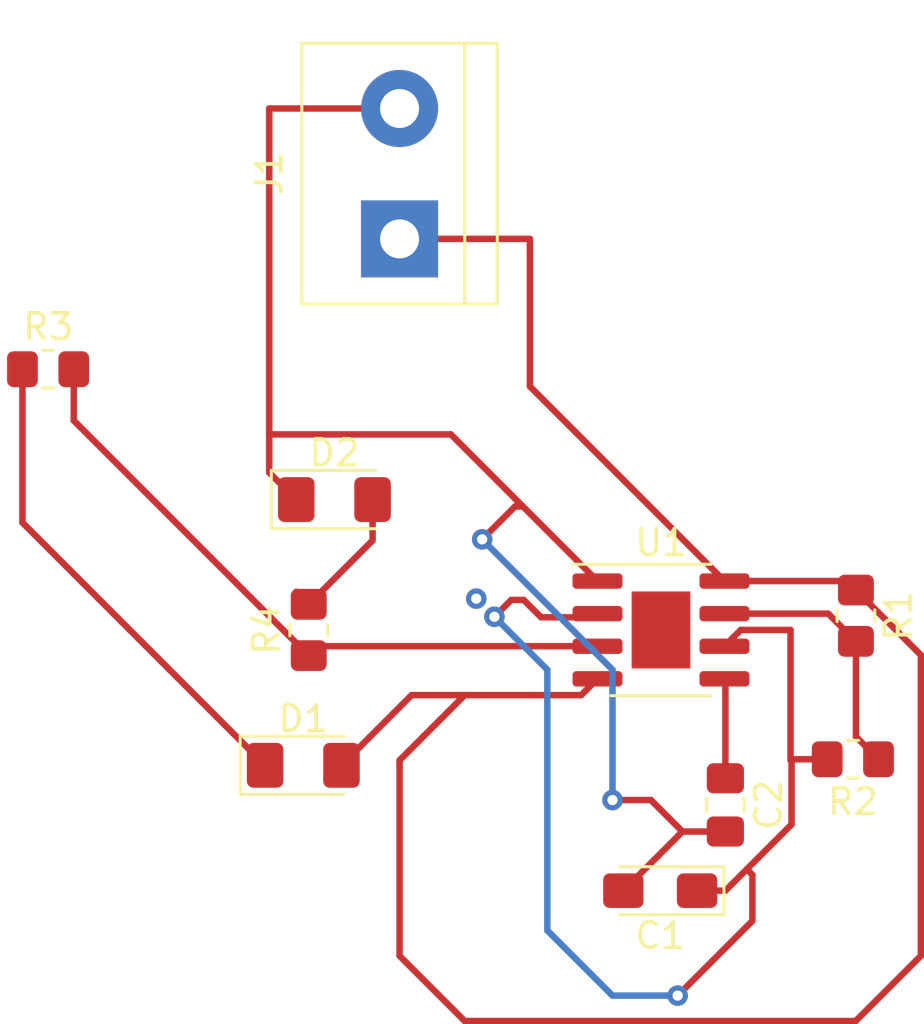
<source format=kicad_pcb>
(kicad_pcb (version 20211014) (generator pcbnew)
  (layers (0 "F.Cu" signal) (31 "B.Cu" signal) (34 "B.Paste" user) (35 "F.Paste" user) (36 "B.SilkS" user "B.Silkscreen") (37 "F.SilkS" user "F.Silkscreen") (38 "B.Mask" user) (39 "F.Mask" user) (44 "Edge.Cuts" user))
  (net 0 "")
  (net 1 "/pin_2")
  (net 2 "GND")
  (net 3 "Net-(C2-Pad1)")
  (net 4 "Net-(D1-Pad1)")
  (net 5 "+9V")
  (net 6 "Net-(D2-Pad2)")
  (net 7 "/pin_7")
  (net 8 "/pin_3")
  (footprint "Resistor_SMD:R_0805_2012Metric_Pad1.20x1.40mm_HandSolder" (layer "F.Cu") (at 127.86 97.51)
    (fp_text reference "R3" (at 0 -1.65) (layer "F.SilkS"))
    (fp_text value "1k")
    (fp_line (start -0.227064 -0.735) (end 0.227064 -0.735) (layer "F.SilkS") (width 0.12))
    (fp_line (start -0.227064 0.735) (end 0.227064 0.735) (layer "F.SilkS") (width 0.12))
    (pad "1" smd roundrect (at -1 0) (size 1.2 1.4) (layers "F.Cu" "F.Paste" "F.Mask") (roundrect_rratio 0.208333) (net 4 "Net-(D1-Pad1)"))
    (pad "2" smd roundrect (at 1 0) (size 1.2 1.4) (layers "F.Cu" "F.Paste" "F.Mask") (roundrect_rratio 0.208333) (net 8 "/pin_3"))
  )
  (footprint "TerminalBlock:TerminalBlock_bornier-2_P5.08mm" (layer "F.Cu") (at 141.56 92.43 90)
    (fp_text reference "J1" (at 2.54 -5.08 90) (layer "F.SilkS"))
    (fp_text value "Conn_01x02_Male")
    (fp_line (start -2.54 3.81) (end 7.62 3.81) (layer "F.SilkS") (width 0.12))
    (fp_line (start 7.62 -3.81) (end -2.54 -3.81) (layer "F.SilkS") (width 0.12))
    (fp_line (start -2.54 -3.81) (end -2.54 3.81) (layer "F.SilkS") (width 0.12))
    (fp_line (start 7.62 3.81) (end 7.62 -3.81) (layer "F.SilkS") (width 0.12))
    (fp_line (start 7.62 2.54) (end -2.54 2.54) (layer "F.SilkS") (width 0.12))
    (pad "1" thru_hole rect (at 0 0 90) (size 3 3) (drill 1.52) (layers *.Cu *.Mask) (net 5 "+9V"))
    (pad "2" thru_hole circle (at 5.08 0 90) (size 3 3) (drill 1.52) (layers *.Cu *.Mask) (net 2 "GND"))
  )
  (footprint "Package_SO:SOIC-8-1EP_3.9x4.9mm_P1.27mm_EP2.29x3mm" (layer "F.Cu") (at 151.75 107.67)
    (fp_text reference "U1" (at 0 -3.4) (layer "F.SilkS"))
    (fp_text value "NE555D")
    (fp_line (start 0 2.56) (end 1.95 2.56) (layer "F.SilkS") (width 0.12))
    (fp_line (start 0 2.56) (end -1.95 2.56) (layer "F.SilkS") (width 0.12))
    (fp_line (start 0 -2.56) (end -3.45 -2.56) (layer "F.SilkS") (width 0.12))
    (fp_line (start 0 -2.56) (end 1.95 -2.56) (layer "F.SilkS") (width 0.12))
    (pad "1" smd roundrect (at -2.475 -1.905) (size 1.95 0.6) (layers "F.Cu" "F.Paste" "F.Mask") (net 2 "GND"))
    (pad "2" smd roundrect (at -2.475 -0.635) (size 1.95 0.6) (layers "F.Cu" "F.Paste" "F.Mask") (net 1 "/pin_2"))
    (pad "3" smd roundrect (at -2.475 0.635) (size 1.95 0.6) (layers "F.Cu" "F.Paste" "F.Mask") (net 8 "/pin_3"))
    (pad "4" smd roundrect (at -2.475 1.905) (size 1.95 0.6) (layers "F.Cu" "F.Paste" "F.Mask") (net 5 "+9V"))
    (pad "5" smd roundrect (at 2.475 1.905) (size 1.95 0.6) (layers "F.Cu" "F.Paste" "F.Mask") (net 3 "Net-(C2-Pad1)"))
    (pad "6" smd roundrect (at 2.475 0.635) (size 1.95 0.6) (layers "F.Cu" "F.Paste" "F.Mask") (net 1 "/pin_2"))
    (pad "7" smd roundrect (at 2.475 -0.635) (size 1.95 0.6) (layers "F.Cu" "F.Paste" "F.Mask") (net 7 "/pin_7"))
    (pad "8" smd roundrect (at 2.475 -1.905) (size 1.95 0.6) (layers "F.Cu" "F.Paste" "F.Mask") (net 5 "+9V"))
    (pad "9" smd rect (at 0 0) (size 2.29 3) (layers "F.Cu" "F.Mask"))
  )
  (footprint "Resistor_SMD:R_0805_2012Metric_Pad1.20x1.40mm_HandSolder" (layer "F.Cu") (at 138.02 107.67 90)
    (fp_text reference "R4" (at 0 -1.65 90) (layer "F.SilkS"))
    (fp_text value "1k")
    (fp_line (start -0.227064 -0.735) (end 0.227064 -0.735) (layer "F.SilkS") (width 0.12))
    (fp_line (start -0.227064 0.735) (end 0.227064 0.735) (layer "F.SilkS") (width 0.12))
    (pad "1" smd roundrect (at -1 0 90) (size 1.2 1.4) (layers "F.Cu" "F.Paste" "F.Mask") (roundrect_rratio 0.208333) (net 8 "/pin_3"))
    (pad "2" smd roundrect (at 1 0 90) (size 1.2 1.4) (layers "F.Cu" "F.Paste" "F.Mask") (roundrect_rratio 0.208333) (net 6 "Net-(D2-Pad2)"))
  )
  (footprint "Resistor_SMD:R_0805_2012Metric_Pad1.20x1.40mm_HandSolder" (layer "F.Cu") (at 159.23 112.71 180)
    (fp_text reference "R2" (at 0 -1.65) (layer "F.SilkS"))
    (fp_text value "10k")
    (fp_line (start -0.227064 -0.735) (end 0.227064 -0.735) (layer "F.SilkS") (width 0.12))
    (fp_line (start -0.227064 0.735) (end 0.227064 0.735) (layer "F.SilkS") (width 0.12))
    (pad "1" smd roundrect (at -1 0 180) (size 1.2 1.4) (layers "F.Cu" "F.Paste" "F.Mask") (roundrect_rratio 0.208333) (net 7 "/pin_7"))
    (pad "2" smd roundrect (at 1 0 180) (size 1.2 1.4) (layers "F.Cu" "F.Paste" "F.Mask") (roundrect_rratio 0.208333) (net 1 "/pin_2"))
  )
  (footprint "Capacitor_SMD:C_0805_2012Metric_Pad1.18x1.45mm_HandSolder" (layer "F.Cu") (at 154.26 114.488748 -90)
    (fp_text reference "C2" (at 0 -1.68 90) (layer "F.SilkS"))
    (fp_text value "0.01uF")
    (fp_line (start -0.261252 -0.735) (end 0.261252 -0.735) (layer "F.SilkS") (width 0.12))
    (fp_line (start -0.261252 0.735) (end 0.261252 0.735) (layer "F.SilkS") (width 0.12))
    (pad "1" smd roundrect (at -1.0375 0 270) (size 1.175 1.45) (layers "F.Cu" "F.Paste" "F.Mask") (roundrect_rratio 0.212766) (net 3 "Net-(C2-Pad1)"))
    (pad "2" smd roundrect (at 1.0375 0 270) (size 1.175 1.45) (layers "F.Cu" "F.Paste" "F.Mask") (roundrect_rratio 0.212766) (net 2 "GND"))
  )
  (footprint "Capacitor_Tantalum_SMD:CP_EIA-3216-18_Kemet-A_Pad1.58x1.35mm_HandSolder" (layer "F.Cu") (at 151.72 117.83 180)
    (fp_text reference "C1" (at 0 -1.75) (layer "F.SilkS"))
    (fp_text value "10uF")
    (fp_line (start 1.6 -0.935) (end -2.485 -0.935) (layer "F.SilkS") (width 0.12))
    (fp_line (start -2.485 -0.935) (end -2.485 0.935) (layer "F.SilkS") (width 0.12))
    (fp_line (start -2.485 0.935) (end 1.6 0.935) (layer "F.SilkS") (width 0.12))
    (pad "1" smd roundrect (at -1.4375 0 180) (size 1.575 1.35) (layers "F.Cu" "F.Paste" "F.Mask") (roundrect_rratio 0.185185) (net 1 "/pin_2"))
    (pad "2" smd roundrect (at 1.4375 0 180) (size 1.575 1.35) (layers "F.Cu" "F.Paste" "F.Mask") (roundrect_rratio 0.185185) (net 2 "GND"))
  )
  (footprint "LED_SMD:LED_1206_3216Metric_Pad1.42x1.75mm_HandSolder" (layer "F.Cu") (at 139.02 102.59)
    (fp_text reference "D2" (at 0 -1.82) (layer "F.SilkS"))
    (fp_text value "LED")
    (fp_line (start 1.6 -1.135) (end -2.46 -1.135) (layer "F.SilkS") (width 0.12))
    (fp_line (start -2.46 -1.135) (end -2.46 1.135) (layer "F.SilkS") (width 0.12))
    (fp_line (start -2.46 1.135) (end 1.6 1.135) (layer "F.SilkS") (width 0.12))
    (pad "1" smd roundrect (at -1.4875 0) (size 1.425 1.75) (layers "F.Cu" "F.Paste" "F.Mask") (roundrect_rratio 0.175439) (net 2 "GND"))
    (pad "2" smd roundrect (at 1.4875 0) (size 1.425 1.75) (layers "F.Cu" "F.Paste" "F.Mask") (roundrect_rratio 0.175439) (net 6 "Net-(D2-Pad2)"))
  )
  (footprint "Resistor_SMD:R_0805_2012Metric_Pad1.20x1.40mm_HandSolder" (layer "F.Cu") (at 159.348808 107.115 -90)
    (fp_text reference "R1" (at 0 -1.65 90) (layer "F.SilkS"))
    (fp_text value "1k")
    (fp_line (start -0.227064 0.735) (end 0.227064 0.735) (layer "F.SilkS") (width 0.12))
    (fp_line (start -0.227064 -0.735) (end 0.227064 -0.735) (layer "F.SilkS") (width 0.12))
    (pad "1" smd roundrect (at -1 0 270) (size 1.2 1.4) (layers "F.Cu" "F.Paste" "F.Mask") (roundrect_rratio 0.208333) (net 5 "+9V"))
    (pad "2" smd roundrect (at 1 0 270) (size 1.2 1.4) (layers "F.Cu" "F.Paste" "F.Mask") (roundrect_rratio 0.208333) (net 7 "/pin_7"))
  )
  (footprint "LED_SMD:LED_1206_3216Metric_Pad1.42x1.75mm_HandSolder" (layer "F.Cu") (at 137.8075 112.945)
    (fp_text reference "D1" (at 0 -1.82) (layer "F.SilkS"))
    (fp_text value "LED")
    (fp_line (start 1.6 -1.135) (end -2.46 -1.135) (layer "F.SilkS") (width 0.12))
    (fp_line (start -2.46 1.135) (end 1.6 1.135) (layer "F.SilkS") (width 0.12))
    (fp_line (start -2.46 -1.135) (end -2.46 1.135) (layer "F.SilkS") (width 0.12))
    (pad "1" smd roundrect (at -1.4875 0) (size 1.425 1.75) (layers "F.Cu" "F.Paste" "F.Mask") (roundrect_rratio 0.175439) (net 4 "Net-(D1-Pad1)"))
    (pad "2" smd roundrect (at 1.4875 0) (size 1.425 1.75) (layers "F.Cu" "F.Paste" "F.Mask") (roundrect_rratio 0.175439) (net 5 "+9V"))
  )
  (via (at 144.55 106.45) (size 0.8) (drill 0.4) (layers "F.Cu" "B.Cu") (net 0))
  (segment (start 156.84 112.71) (end 158.23 112.71) (width 0.254) (layer "F.Cu") (net 1))
  (segment (start 154.86 107.67) (end 156.8 107.67) (width 0.254) (layer "F.Cu") (net 1))
  (segment (start 145.91351 106.5) (end 145.256755 107.156755) (width 0.254) (layer "F.Cu") (net 1))
  (segment (start 155.312 117.212) (end 155.095 116.995) (width 0.254) (layer "F.Cu") (net 1))
  (segment (start 149.133 107.177) (end 147.077 107.177) (width 0.254) (layer "F.Cu") (net 1))
  (segment (start 155.312 119.008) (end 155.312 117.212) (width 0.254) (layer "F.Cu") (net 1))
  (segment (start 147.077 107.177) (end 146.4 106.5) (width 0.254) (layer "F.Cu") (net 1))
  (segment (start 152.4 121.92) (end 155.312 119.008) (width 0.254) (layer "F.Cu") (net 1))
  (segment (start 156.84 115.25) (end 156.84 112.71) (width 0.254) (layer "F.Cu") (net 1))
  (segment (start 154.26 117.83) (end 155.095 116.995) (width 0.254) (layer "F.Cu") (net 1))
  (segment (start 153.1575 117.83) (end 154.26 117.83) (width 0.254) (layer "F.Cu") (net 1))
  (segment (start 156.8 112.75) (end 156.84 112.71) (width 0.254) (layer "F.Cu") (net 1))
  (segment (start 149.275 107.035) (end 149.133 107.177) (width 0.254) (layer "F.Cu") (net 1))
  (segment (start 155.095 116.995) (end 156.84 115.25) (width 0.254) (layer "F.Cu") (net 1))
  (segment (start 146.4 106.5) (end 145.91351 106.5) (width 0.254) (layer "F.Cu") (net 1))
  (segment (start 154.225 108.305) (end 154.86 107.67) (width 0.254) (layer "F.Cu") (net 1))
  (segment (start 156.8 107.67) (end 156.8 112.75) (width 0.254) (layer "F.Cu") (net 1))
  (via (at 145.256755 107.156755) (size 0.8) (drill 0.4) (layers "F.Cu" "B.Cu") (net 1))
  (via (at 152.4 121.92) (size 0.8) (drill 0.4) (layers "F.Cu" "B.Cu") (net 1))
  (segment (start 147.32 109.22) (end 147.32 119.38) (width 0.254) (layer "B.Cu") (net 1))
  (segment (start 149.86 121.92) (end 152.4 121.92) (width 0.254) (layer "B.Cu") (net 1))
  (segment (start 147.32 119.38) (end 149.86 121.92) (width 0.254) (layer "B.Cu") (net 1))
  (segment (start 145.256755 107.156755) (end 147.32 109.22) (width 0.254) (layer "B.Cu") (net 1))
  (segment (start 146.06 102.86) (end 144.78 104.14) (width 0.254) (layer "F.Cu") (net 2))
  (segment (start 146.37 102.86) (end 143.56 100.05) (width 0.254) (layer "F.Cu") (net 2))
  (segment (start 136.48 87.35) (end 141.56 87.35) (width 0.254) (layer "F.Cu") (net 2))
  (segment (start 146.37 102.86) (end 146.06 102.86) (width 0.254) (layer "F.Cu") (net 2))
  (segment (start 136.48 101.5375) (end 136.48 100.05) (width 0.254) (layer "F.Cu") (net 2))
  (segment (start 136.48 100.05) (end 136.48 87.35) (width 0.254) (layer "F.Cu") (net 2))
  (segment (start 151.360004 114.3) (end 152.586252 115.526248) (width 0.254) (layer "F.Cu") (net 2))
  (segment (start 149.86 114.3) (end 151.360004 114.3) (width 0.254) (layer "F.Cu") (net 2))
  (segment (start 152.586252 115.526248) (end 150.2825 117.83) (width 0.254) (layer "F.Cu") (net 2))
  (segment (start 154.26 115.526248) (end 152.586252 115.526248) (width 0.254) (layer "F.Cu") (net 2))
  (segment (start 137.5325 102.59) (end 136.48 101.5375) (width 0.254) (layer "F.Cu") (net 2))
  (segment (start 149.275 105.765) (end 146.37 102.86) (width 0.254) (layer "F.Cu") (net 2))
  (segment (start 143.56 100.05) (end 136.48 100.05) (width 0.254) (layer "F.Cu") (net 2))
  (via (at 144.78 104.14) (size 0.8) (drill 0.4) (layers "F.Cu" "B.Cu") (net 2))
  (via (at 149.86 114.3) (size 0.8) (drill 0.4) (layers "F.Cu" "B.Cu") (net 2))
  (segment (start 149.86 109.22) (end 149.86 114.3) (width 0.254) (layer "B.Cu") (net 2))
  (segment (start 144.78 104.14) (end 149.86 109.22) (width 0.254) (layer "B.Cu") (net 2))
  (segment (start 154.26 109.61) (end 154.225 109.575) (width 0.254) (layer "F.Cu") (net 3))
  (segment (start 154.26 113.451248) (end 154.26 109.61) (width 0.254) (layer "F.Cu") (net 3))
  (segment (start 126.86 97.51) (end 126.86 103.485) (width 0.254) (layer "F.Cu") (net 4))
  (segment (start 126.86 103.485) (end 136.32 112.945) (width 0.254) (layer "F.Cu") (net 4))
  (segment (start 141.56 112.75) (end 141.56 120.37) (width 0.254) (layer "F.Cu") (net 5))
  (segment (start 146.64 98.18) (end 154.225 105.765) (width 0.254) (layer "F.Cu") (net 5))
  (segment (start 146.64 110.21) (end 142.03 110.21) (width 0.254) (layer "F.Cu") (net 5))
  (segment (start 158.998808 105.765) (end 154.225 105.765) (width 0.254) (layer "F.Cu") (net 5))
  (segment (start 161.88 108.646192) (end 161.88 120.37) (width 0.254) (layer "F.Cu") (net 5))
  (segment (start 149.275 109.575) (end 148.64 110.21) (width 0.254) (layer "F.Cu") (net 5))
  (segment (start 144.1 122.91) (end 159.34 122.91) (width 0.254) (layer "F.Cu") (net 5))
  (segment (start 141.56 112.75) (end 144.1 110.21) (width 0.254) (layer "F.Cu") (net 5))
  (segment (start 146.64 92.43) (end 146.64 98.18) (width 0.254) (layer "F.Cu") (net 5))
  (segment (start 148.64 110.21) (end 146.64 110.21) (width 0.254) (layer "F.Cu") (net 5))
  (segment (start 141.56 120.37) (end 144.1 122.91) (width 0.254) (layer "F.Cu") (net 5))
  (segment (start 159.348808 106.115) (end 158.998808 105.765) (width 0.254) (layer "F.Cu") (net 5))
  (segment (start 159.348808 106.115) (end 161.88 108.646192) (width 0.254) (layer "F.Cu") (net 5))
  (segment (start 141.56 92.43) (end 146.64 92.43) (width 0.254) (layer "F.Cu") (net 5))
  (segment (start 142.03 110.21) (end 139.295 112.945) (width 0.254) (layer "F.Cu") (net 5))
  (segment (start 159.34 122.91) (end 161.88 120.37) (width 0.254) (layer "F.Cu") (net 5))
  (segment (start 140.5075 104.1825) (end 140.5075 102.59) (width 0.254) (layer "F.Cu") (net 6))
  (segment (start 138.02 106.67) (end 140.5075 104.1825) (width 0.254) (layer "F.Cu") (net 6))
  (segment (start 137.5325 106.1825) (end 138.02 106.67) (width 0.254) (layer "F.Cu") (net 6))
  (segment (start 158.268808 107.035) (end 154.225 107.035) (width 0.254) (layer "F.Cu") (net 7))
  (segment (start 160.23 112.71) (end 159.348808 111.828808) (width 0.254) (layer "F.Cu") (net 7))
  (segment (start 159.348808 111.828808) (end 159.348808 108.115) (width 0.254) (layer "F.Cu") (net 7))
  (segment (start 159.348808 108.115) (end 158.268808 107.035) (width 0.254) (layer "F.Cu") (net 7))
  (segment (start 138.385 108.305) (end 149.275 108.305) (width 0.254) (layer "F.Cu") (net 8))
  (segment (start 138.02 108.67) (end 138.385 108.305) (width 0.254) (layer "F.Cu") (net 8))
  (segment (start 128.86 97.51) (end 128.86 99.51) (width 0.254) (layer "F.Cu") (net 8))
  (segment (start 128.86 99.51) (end 138.02 108.67) (width 0.254) (layer "F.Cu") (net 8))
)
</source>
